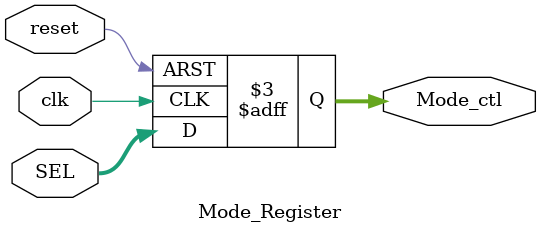
<source format=v>

`timescale 1 ns / 1 ps

module Mode_Register (
	input            clk,
	input            reset,
	input      [2:0] SEL,
	output reg [2:0] Mode_ctl
);

always @ (posedge clk or negedge reset)
begin
	if (reset == 1'b0) begin
		Mode_ctl <= 'b0;
	end
	else begin
		Mode_ctl <= SEL;
	end
end

endmodule


</source>
